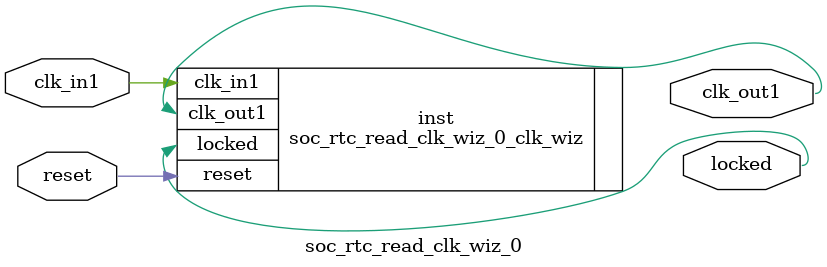
<source format=v>


`timescale 1ps/1ps

(* CORE_GENERATION_INFO = "soc_rtc_read_clk_wiz_0,clk_wiz_v6_0_15_0_0,{component_name=soc_rtc_read_clk_wiz_0,use_phase_alignment=true,use_min_o_jitter=false,use_max_i_jitter=false,use_dyn_phase_shift=false,use_inclk_switchover=false,use_dyn_reconfig=false,enable_axi=0,feedback_source=FDBK_AUTO,PRIMITIVE=MMCM,num_out_clk=1,clkin1_period=10.000,clkin2_period=10.000,use_power_down=false,use_reset=true,use_locked=true,use_inclk_stopped=false,feedback_type=SINGLE,CLOCK_MGR_TYPE=NA,manual_override=false}" *)

module soc_rtc_read_clk_wiz_0 
 (
  // Clock out ports
  output        clk_out1,
  // Status and control signals
  input         reset,
  output        locked,
 // Clock in ports
  input         clk_in1
 );

  soc_rtc_read_clk_wiz_0_clk_wiz inst
  (
  // Clock out ports  
  .clk_out1(clk_out1),
  // Status and control signals               
  .reset(reset), 
  .locked(locked),
 // Clock in ports
  .clk_in1(clk_in1)
  );

endmodule

</source>
